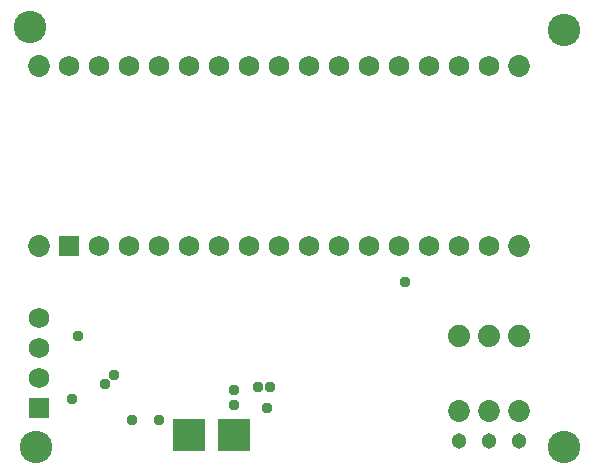
<source format=gbr>
G04 EAGLE Gerber RS-274X export*
G75*
%MOMM*%
%FSLAX34Y34*%
%LPD*%
%INSoldermask Bottom*%
%IPPOS*%
%AMOC8*
5,1,8,0,0,1.08239X$1,22.5*%
G01*
%ADD10C,2.743200*%
%ADD11R,1.733200X1.733200*%
%ADD12C,1.733200*%
%ADD13C,1.853200*%
%ADD14C,1.303200*%
%ADD15C,1.879600*%
%ADD16R,1.727200X1.727200*%
%ADD17C,1.727200*%
%ADD18R,2.743200X2.743200*%
%ADD19C,0.959600*%


D10*
X22860Y20320D03*
X469900Y20320D03*
X469900Y373380D03*
X17780Y375920D03*
D11*
X25400Y53340D03*
D12*
X25400Y78740D03*
X25400Y104140D03*
X25400Y129540D03*
D13*
X381000Y50800D03*
X406000Y50800D03*
X431800Y50800D03*
D14*
X381000Y25400D03*
X406400Y25400D03*
X431800Y25400D03*
D15*
X406400Y114300D03*
X431800Y114300D03*
X381000Y114300D03*
D16*
X50800Y190500D03*
D17*
X76200Y190500D03*
X101600Y190500D03*
X127000Y190500D03*
X152400Y190500D03*
X177800Y190500D03*
X203200Y190500D03*
X228600Y190500D03*
X254000Y190500D03*
X279400Y190500D03*
X304800Y190500D03*
X330200Y190500D03*
X355600Y190500D03*
X381000Y190500D03*
X406400Y190500D03*
X406400Y342900D03*
X381000Y342900D03*
X355600Y342900D03*
X330200Y342900D03*
X304800Y342900D03*
X279400Y342900D03*
X254000Y342900D03*
X228600Y342900D03*
X203200Y342900D03*
X177800Y342900D03*
X152400Y342900D03*
X127000Y342900D03*
X101600Y342900D03*
X76200Y342900D03*
X50800Y342900D03*
D13*
X25400Y190500D03*
X25400Y342900D03*
X431800Y342900D03*
X431800Y190500D03*
D18*
X190500Y30480D03*
X152400Y30480D03*
D19*
X58420Y114300D03*
X190500Y55880D03*
X335280Y160020D03*
X218440Y53340D03*
X127000Y43180D03*
X104140Y43180D03*
X53340Y60960D03*
X190500Y68580D03*
X81280Y73660D03*
X88900Y81280D03*
X210820Y71120D03*
X220980Y71120D03*
M02*

</source>
